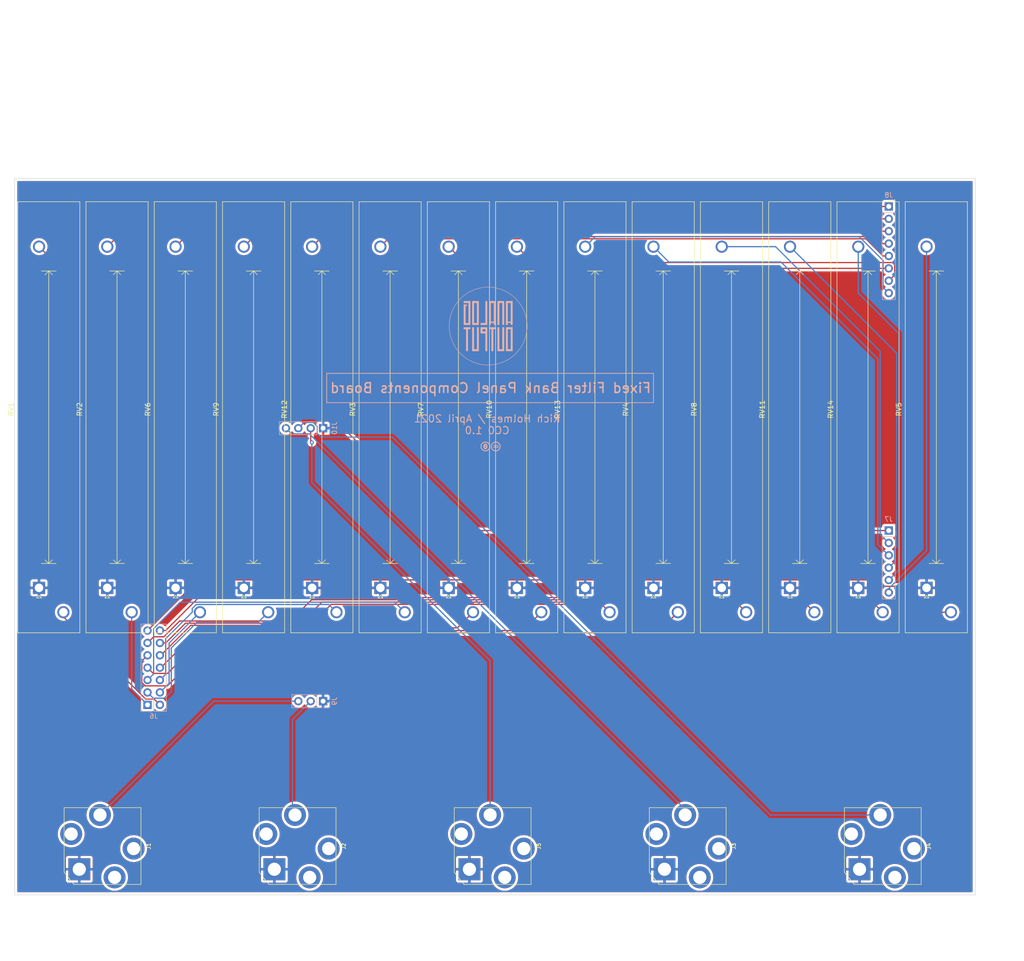
<source format=kicad_pcb>
(kicad_pcb (version 20171130) (host pcbnew 5.1.10-88a1d61d58~88~ubuntu20.04.1)
  (layers (0 F.Cu signal) (31 B.Cu signal) (34 B.Paste user) (35 F.Paste user) (36 B.SilkS user) (37 F.SilkS user) (38 B.Mask user) (39 F.Mask user) (44 Edge.Cuts user))
  (net 0 "")
  (net 1 GND)
  (net 2 HP_W)
  (net 3 BP_12_W)
  (net 4 BP_11_W)
  (net 5 BP_10_W)
  (net 6 BP_09_W)
  (net 7 BP_08_W)
  (net 8 BP_07_W)
  (net 9 BP_06_W)
  (net 10 BP_05_W)
  (net 11 BP_04_W)
  (net 12 BP_01_W)
  (net 13 BP_02_W)
  (net 14 LP_W)
  (net 15 HP_CW)
  (net 16 BP_12_CW)
  (net 17 BP_11_CW)
  (net 18 BP_09_CW)
  (net 19 BP_10_CW)
  (net 20 LP_CW)
  (net 21 BP_08_CW)
  (net 22 BP_07_CW)
  (net 23 BP_06_CW)
  (net 24 BP_05_CW)
  (net 25 BP_04_CW)
  (net 26 BP_03_CW)
  (net 27 BP_02_CW)
  (net 28 BP_01_CW)
  (net 29 BP_03_W)
  (net 30 JACK_LO)
  (net 31 JACK_HI)
  (net 32 JACK_TOTAL)
  (net 33 JACK_EVEN)
  (net 34 JACK_ODD)
  (module ao_tht:Potentiometer_Alpha_RA6020F_Single_Slide (layer F.Cu) (at 216 124 90)
    (fp_text reference RV14 (at 36.62 -5.68 90) (layer F.SilkS))
    (fp_text value A10k)
    (pad 3 thru_hole circle (at 70 0 90) (size 2.5 2.5) (drill 1.75) (layers *.Cu *.Mask) (net 16 BP_12_CW))
    (pad 2 thru_hole circle (at -5 5 90) (size 2.5 2.5) (drill 1.75) (layers *.Cu *.Mask) (net 3 BP_12_W))
    (pad 1 thru_hole rect (at 0 0 90) (size 2.5 2.5) (drill 1.75) (layers *.Cu *.Mask) (net 1 GND))
  )
  (module ao_tht:Potentiometer_Alpha_RA6020F_Single_Slide (layer F.Cu) (at 160 124 90)
    (fp_text reference RV13 (at 36.62 -5.68 90) (layer F.SilkS))
    (fp_text value A10k)
    (pad 3 thru_hole circle (at 70 0 90) (size 2.5 2.5) (drill 1.75) (layers *.Cu *.Mask) (net 21 BP_08_CW))
    (pad 2 thru_hole circle (at -5 5 90) (size 2.5 2.5) (drill 1.75) (layers *.Cu *.Mask) (net 7 BP_08_W))
    (pad 1 thru_hole rect (at 0 0 90) (size 2.5 2.5) (drill 1.75) (layers *.Cu *.Mask) (net 1 GND))
  )
  (module ao_tht:Potentiometer_Alpha_RA6020F_Single_Slide (layer F.Cu) (at 104 124 90)
    (fp_text reference RV12 (at 36.62 -5.68 90) (layer F.SilkS))
    (fp_text value A10k)
    (pad 3 thru_hole circle (at 70 0 90) (size 2.5 2.5) (drill 1.75) (layers *.Cu *.Mask) (net 25 BP_04_CW))
    (pad 2 thru_hole circle (at -5 5 90) (size 2.5 2.5) (drill 1.75) (layers *.Cu *.Mask) (net 11 BP_04_W))
    (pad 1 thru_hole rect (at 0 0 90) (size 2.5 2.5) (drill 1.75) (layers *.Cu *.Mask) (net 1 GND))
  )
  (module ao_tht:Potentiometer_Alpha_RA6020F_Single_Slide (layer F.Cu) (at 202 124 90)
    (fp_text reference RV11 (at 36.62 -5.68 90) (layer F.SilkS))
    (fp_text value A10k)
    (pad 3 thru_hole circle (at 70 0 90) (size 2.5 2.5) (drill 1.75) (layers *.Cu *.Mask) (net 17 BP_11_CW))
    (pad 2 thru_hole circle (at -5 5 90) (size 2.5 2.5) (drill 1.75) (layers *.Cu *.Mask) (net 4 BP_11_W))
    (pad 1 thru_hole rect (at 0 0 90) (size 2.5 2.5) (drill 1.75) (layers *.Cu *.Mask) (net 1 GND))
  )
  (module ao_tht:Potentiometer_Alpha_RA6020F_Single_Slide (layer F.Cu) (at 146 124 90)
    (fp_text reference RV10 (at 36.62 -5.68 90) (layer F.SilkS))
    (fp_text value A10k)
    (pad 3 thru_hole circle (at 70 0 90) (size 2.5 2.5) (drill 1.75) (layers *.Cu *.Mask) (net 22 BP_07_CW))
    (pad 2 thru_hole circle (at -5 5 90) (size 2.5 2.5) (drill 1.75) (layers *.Cu *.Mask) (net 8 BP_07_W))
    (pad 1 thru_hole rect (at 0 0 90) (size 2.5 2.5) (drill 1.75) (layers *.Cu *.Mask) (net 1 GND))
  )
  (module ao_tht:Potentiometer_Alpha_RA6020F_Single_Slide (layer F.Cu) (at 90 124 90)
    (fp_text reference RV9 (at 36.62 -5.68 90) (layer F.SilkS))
    (fp_text value A10k)
    (pad 3 thru_hole circle (at 70 0 90) (size 2.5 2.5) (drill 1.75) (layers *.Cu *.Mask) (net 26 BP_03_CW))
    (pad 2 thru_hole circle (at -5 5 90) (size 2.5 2.5) (drill 1.75) (layers *.Cu *.Mask) (net 29 BP_03_W))
    (pad 1 thru_hole rect (at 0 0 90) (size 2.5 2.5) (drill 1.75) (layers *.Cu *.Mask) (net 1 GND))
  )
  (module ao_tht:Potentiometer_Alpha_RA6020F_Single_Slide (layer F.Cu) (at 188 124 90)
    (fp_text reference RV8 (at 36.62 -5.68 90) (layer F.SilkS))
    (fp_text value A10k)
    (pad 3 thru_hole circle (at 70 0 90) (size 2.5 2.5) (drill 1.75) (layers *.Cu *.Mask) (net 19 BP_10_CW))
    (pad 2 thru_hole circle (at -5 5 90) (size 2.5 2.5) (drill 1.75) (layers *.Cu *.Mask) (net 5 BP_10_W))
    (pad 1 thru_hole rect (at 0 0 90) (size 2.5 2.5) (drill 1.75) (layers *.Cu *.Mask) (net 1 GND))
  )
  (module ao_tht:Potentiometer_Alpha_RA6020F_Single_Slide (layer F.Cu) (at 132 124 90)
    (fp_text reference RV7 (at 36.62 -5.68 90) (layer F.SilkS))
    (fp_text value A10k)
    (pad 3 thru_hole circle (at 70 0 90) (size 2.5 2.5) (drill 1.75) (layers *.Cu *.Mask) (net 23 BP_06_CW))
    (pad 2 thru_hole circle (at -5 5 90) (size 2.5 2.5) (drill 1.75) (layers *.Cu *.Mask) (net 9 BP_06_W))
    (pad 1 thru_hole rect (at 0 0 90) (size 2.5 2.5) (drill 1.75) (layers *.Cu *.Mask) (net 1 GND))
  )
  (module ao_tht:Potentiometer_Alpha_RA6020F_Single_Slide (layer F.Cu) (at 76 124 90)
    (fp_text reference RV6 (at 36.62 -5.68 90) (layer F.SilkS))
    (fp_text value A10k)
    (pad 3 thru_hole circle (at 70 0 90) (size 2.5 2.5) (drill 1.75) (layers *.Cu *.Mask) (net 27 BP_02_CW))
    (pad 2 thru_hole circle (at -5 5 90) (size 2.5 2.5) (drill 1.75) (layers *.Cu *.Mask) (net 13 BP_02_W))
    (pad 1 thru_hole rect (at 0 0 90) (size 2.5 2.5) (drill 1.75) (layers *.Cu *.Mask) (net 1 GND))
  )
  (module ao_tht:Potentiometer_Alpha_RA6020F_Single_Slide (layer F.Cu) (at 230 124 90)
    (fp_text reference RV5 (at 36.62 -5.68 90) (layer F.SilkS))
    (fp_text value A10k)
    (pad 3 thru_hole circle (at 70 0 90) (size 2.5 2.5) (drill 1.75) (layers *.Cu *.Mask) (net 15 HP_CW))
    (pad 2 thru_hole circle (at -5 5 90) (size 2.5 2.5) (drill 1.75) (layers *.Cu *.Mask) (net 2 HP_W))
    (pad 1 thru_hole rect (at 0 0 90) (size 2.5 2.5) (drill 1.75) (layers *.Cu *.Mask) (net 1 GND))
  )
  (module ao_tht:Potentiometer_Alpha_RA6020F_Single_Slide (layer F.Cu) (at 174 124 90)
    (fp_text reference RV4 (at 36.62 -5.68 90) (layer F.SilkS))
    (fp_text value A10k)
    (pad 3 thru_hole circle (at 70 0 90) (size 2.5 2.5) (drill 1.75) (layers *.Cu *.Mask) (net 18 BP_09_CW))
    (pad 2 thru_hole circle (at -5 5 90) (size 2.5 2.5) (drill 1.75) (layers *.Cu *.Mask) (net 6 BP_09_W))
    (pad 1 thru_hole rect (at 0 0 90) (size 2.5 2.5) (drill 1.75) (layers *.Cu *.Mask) (net 1 GND))
  )
  (module ao_tht:Potentiometer_Alpha_RA6020F_Single_Slide (layer F.Cu) (at 118 124 90)
    (fp_text reference RV3 (at 36.62 -5.68 90) (layer F.SilkS))
    (fp_text value A10k)
    (pad 3 thru_hole circle (at 70 0 90) (size 2.5 2.5) (drill 1.75) (layers *.Cu *.Mask) (net 24 BP_05_CW))
    (pad 2 thru_hole circle (at -5 5 90) (size 2.5 2.5) (drill 1.75) (layers *.Cu *.Mask) (net 10 BP_05_W))
    (pad 1 thru_hole rect (at 0 0 90) (size 2.5 2.5) (drill 1.75) (layers *.Cu *.Mask) (net 1 GND))
  )
  (module ao_tht:Potentiometer_Alpha_RA6020F_Single_Slide (layer F.Cu) (at 62 124 90)
    (fp_text reference RV2 (at 36.62 -5.68 90) (layer F.SilkS))
    (fp_text value A10k)
    (pad 3 thru_hole circle (at 70 0 90) (size 2.5 2.5) (drill 1.75) (layers *.Cu *.Mask) (net 28 BP_01_CW))
    (pad 2 thru_hole circle (at -5 5 90) (size 2.5 2.5) (drill 1.75) (layers *.Cu *.Mask) (net 12 BP_01_W))
    (pad 1 thru_hole rect (at 0 0 90) (size 2.5 2.5) (drill 1.75) (layers *.Cu *.Mask) (net 1 GND))
  )
  (module ao_tht:Potentiometer_Alpha_RA6020F_Single_Slide (layer F.Cu) (at 48 124 90)
    (fp_text reference RV1 (at 36.62 -5.68 90) (layer F.SilkS))
    (fp_text value A10k)
    (pad 3 thru_hole circle (at 70 0 90) (size 2.5 2.5) (drill 1.75) (layers *.Cu *.Mask) (net 20 LP_CW))
    (pad 2 thru_hole circle (at -5 5 90) (size 2.5 2.5) (drill 1.75) (layers *.Cu *.Mask) (net 14 LP_W))
    (pad 1 thru_hole rect (at 0 0 90) (size 2.5 2.5) (drill 1.75) (layers *.Cu *.Mask) (net 1 GND))
  )
  (module ysFFB-aux:ysFFB-aux-slide2_holes-mainpcba (layer F.Cu) (at 141 102)
    (fp_text reference GRAF1 hide)
    (fp_text value "Holes and main PCB" hide)
  )
  (module Connector_PinHeader_2.54mm:PinHeader_1x04_P2.54mm_Vertical (layer B.Cu) (at 106.25 91.25 90)
    (fp_text reference J10 (at 0 2.33 90) (layer B.SilkS) (effects (justify mirror)))
    (fp_text value Conn_01x04)
    (pad 4 thru_hole oval (at 0 -7.62 90) (size 1.7 1.7) (drill 1) (layers *.Cu *.Mask) (net 32 JACK_TOTAL))
    (pad 3 thru_hole oval (at 0 -5.08 90) (size 1.7 1.7) (drill 1) (layers *.Cu *.Mask) (net 33 JACK_EVEN))
    (pad 2 thru_hole oval (at 0 -2.54 90) (size 1.7 1.7) (drill 1) (layers *.Cu *.Mask) (net 34 JACK_ODD))
    (pad 1 thru_hole rect (at 0 0 90) (size 1.7 1.7) (drill 1) (layers *.Cu *.Mask) (net 1 GND))
  )
  (module Connector_PinHeader_2.54mm:PinHeader_1x03_P2.54mm_Vertical (layer B.Cu) (at 106.25 147.25 90)
    (fp_text reference J9 (at 0 2.33 90) (layer B.SilkS) (effects (justify mirror)))
    (fp_text value Conn_01x03)
    (pad 3 thru_hole oval (at 0 -5.08 90) (size 1.7 1.7) (drill 1) (layers *.Cu *.Mask) (net 30 JACK_LO))
    (pad 2 thru_hole oval (at 0 -2.54 90) (size 1.7 1.7) (drill 1) (layers *.Cu *.Mask) (net 31 JACK_HI))
    (pad 1 thru_hole rect (at 0 0 90) (size 1.7 1.7) (drill 1) (layers *.Cu *.Mask) (net 1 GND))
  )
  (module ao_tht:Jack_6.35mm_PJ_629HAN (layer F.Cu) (at 141 177 270)
    (fp_text reference J5 (at 0 -9.5 90) (layer F.SilkS) (effects (font (size 0.75 0.75))))
    (fp_text value AudioJack2)
    (pad RN thru_hole circle (at 6.4 -2.5 270) (size 4.500001 4.500001) (drill 2.7) (layers *.Cu *.Mask))
    (pad TN thru_hole circle (at -2.5 6.4 270) (size 4.5 4.5) (drill 2.7) (layers *.Cu *.Mask))
    (pad R thru_hole circle (at 0.5 -6.4 270) (size 4.500001 4.500001) (drill 2.7) (layers *.Cu *.Mask))
    (pad S thru_hole rect (at 4.74 4.74 270) (size 4.500001 4.500001) (drill 2.7) (layers *.Cu *.Mask) (net 1 GND))
    (pad T thru_hole circle (at -6.4 0.5 270) (size 4.5 4.5) (drill 2.7) (layers *.Cu *.Mask) (net 34 JACK_ODD))
  )
  (module ao_tht:Jack_6.35mm_PJ_629HAN (layer F.Cu) (at 221 177 270)
    (fp_text reference J4 (at 0 -9.5 90) (layer F.SilkS) (effects (font (size 0.75 0.75))))
    (fp_text value AudioJack2)
    (pad RN thru_hole circle (at 6.4 -2.5 270) (size 4.500001 4.500001) (drill 2.7) (layers *.Cu *.Mask))
    (pad TN thru_hole circle (at -2.5 6.4 270) (size 4.5 4.5) (drill 2.7) (layers *.Cu *.Mask))
    (pad R thru_hole circle (at 0.5 -6.4 270) (size 4.500001 4.500001) (drill 2.7) (layers *.Cu *.Mask))
    (pad S thru_hole rect (at 4.74 4.74 270) (size 4.500001 4.500001) (drill 2.7) (layers *.Cu *.Mask) (net 1 GND))
    (pad T thru_hole circle (at -6.4 0.5 270) (size 4.5 4.5) (drill 2.7) (layers *.Cu *.Mask) (net 33 JACK_EVEN))
  )
  (module ao_tht:Jack_6.35mm_PJ_629HAN (layer F.Cu) (at 181 177 270)
    (fp_text reference J3 (at 0 -9.5 90) (layer F.SilkS) (effects (font (size 0.75 0.75))))
    (fp_text value AudioJack2)
    (pad RN thru_hole circle (at 6.4 -2.5 270) (size 4.500001 4.500001) (drill 2.7) (layers *.Cu *.Mask))
    (pad TN thru_hole circle (at -2.5 6.4 270) (size 4.5 4.5) (drill 2.7) (layers *.Cu *.Mask))
    (pad R thru_hole circle (at 0.5 -6.4 270) (size 4.500001 4.500001) (drill 2.7) (layers *.Cu *.Mask))
    (pad S thru_hole rect (at 4.74 4.74 270) (size 4.500001 4.500001) (drill 2.7) (layers *.Cu *.Mask) (net 1 GND))
    (pad T thru_hole circle (at -6.4 0.5 270) (size 4.5 4.5) (drill 2.7) (layers *.Cu *.Mask) (net 32 JACK_TOTAL))
  )
  (module ao_tht:Jack_6.35mm_PJ_629HAN (layer F.Cu) (at 101 177 270)
    (fp_text reference J2 (at 0 -9.5 90) (layer F.SilkS) (effects (font (size 0.75 0.75))))
    (fp_text value AudioJack2)
    (pad RN thru_hole circle (at 6.4 -2.5 270) (size 4.500001 4.500001) (drill 2.7) (layers *.Cu *.Mask))
    (pad TN thru_hole circle (at -2.5 6.4 270) (size 4.5 4.5) (drill 2.7) (layers *.Cu *.Mask))
    (pad R thru_hole circle (at 0.5 -6.4 270) (size 4.500001 4.500001) (drill 2.7) (layers *.Cu *.Mask))
    (pad S thru_hole rect (at 4.74 4.74 270) (size 4.500001 4.500001) (drill 2.7) (layers *.Cu *.Mask) (net 1 GND))
    (pad T thru_hole circle (at -6.4 0.5 270) (size 4.5 4.5) (drill 2.7) (layers *.Cu *.Mask) (net 31 JACK_HI))
  )
  (module ao_tht:Jack_6.35mm_PJ_629HAN (layer F.Cu) (at 61 177 270)
    (fp_text reference J1 (at 0 -9.5 90) (layer F.SilkS) (effects (font (size 0.75 0.75))))
    (fp_text value AudioJack2)
    (pad RN thru_hole circle (at 6.4 -2.5 270) (size 4.500001 4.500001) (drill 2.7) (layers *.Cu *.Mask))
    (pad TN thru_hole circle (at -2.5 6.4 270) (size 4.5 4.5) (drill 2.7) (layers *.Cu *.Mask))
    (pad R thru_hole circle (at 0.5 -6.4 270) (size 4.500001 4.500001) (drill 2.7) (layers *.Cu *.Mask))
    (pad S thru_hole rect (at 4.74 4.74 270) (size 4.500001 4.500001) (drill 2.7) (layers *.Cu *.Mask) (net 1 GND))
    (pad T thru_hole circle (at -6.4 0.5 270) (size 4.5 4.5) (drill 2.7) (layers *.Cu *.Mask) (net 30 JACK_LO))
  )
  (module ao_tht:CC0_logo (layer B.Cu) (at 140.6 95 180)
    (fp_text reference GRAF3 hide)
    (fp_text value "CC0 logo" hide)
  )
  (module ao_tht:analogoutput (layer B.Cu) (at 140.1 70.3 180)
    (fp_text reference GRAF2 hide)
    (fp_text value "AO logo" hide)
  )
  (module Connector_PinHeader_2.54mm:PinHeader_1x08_P2.54mm_Vertical (layer B.Cu) (at 222.25 45.75 180)
    (fp_text reference J8 (at 0 2.33) (layer B.SilkS) (effects (justify mirror)))
    (fp_text value Conn_01x08)
    (pad 8 thru_hole oval (at 0 -17.78 180) (size 1.7 1.7) (drill 1) (layers *.Cu *.Mask) (net 21 BP_08_CW))
    (pad 7 thru_hole oval (at 0 -15.24 180) (size 1.7 1.7) (drill 1) (layers *.Cu *.Mask) (net 22 BP_07_CW))
    (pad 6 thru_hole oval (at 0 -12.7 180) (size 1.7 1.7) (drill 1) (layers *.Cu *.Mask) (net 23 BP_06_CW))
    (pad 5 thru_hole oval (at 0 -10.16 180) (size 1.7 1.7) (drill 1) (layers *.Cu *.Mask) (net 24 BP_05_CW))
    (pad 4 thru_hole oval (at 0 -7.62 180) (size 1.7 1.7) (drill 1) (layers *.Cu *.Mask) (net 25 BP_04_CW))
    (pad 3 thru_hole oval (at 0 -5.08 180) (size 1.7 1.7) (drill 1) (layers *.Cu *.Mask) (net 26 BP_03_CW))
    (pad 2 thru_hole oval (at 0 -2.54 180) (size 1.7 1.7) (drill 1) (layers *.Cu *.Mask) (net 27 BP_02_CW))
    (pad 1 thru_hole rect (at 0 0 180) (size 1.7 1.7) (drill 1) (layers *.Cu *.Mask) (net 28 BP_01_CW))
  )
  (module Connector_PinHeader_2.54mm:PinHeader_1x06_P2.54mm_Vertical (layer B.Cu) (at 222.25 112.25 180)
    (fp_text reference J7 (at 0 2.33) (layer B.SilkS) (effects (justify mirror)))
    (fp_text value Conn_01x06)
    (pad 6 thru_hole oval (at 0 -12.7 180) (size 1.7 1.7) (drill 1) (layers *.Cu *.Mask) (net 15 HP_CW))
    (pad 5 thru_hole oval (at 0 -10.16 180) (size 1.7 1.7) (drill 1) (layers *.Cu *.Mask) (net 16 BP_12_CW))
    (pad 4 thru_hole oval (at 0 -7.62 180) (size 1.7 1.7) (drill 1) (layers *.Cu *.Mask) (net 17 BP_11_CW))
    (pad 3 thru_hole oval (at 0 -5.08 180) (size 1.7 1.7) (drill 1) (layers *.Cu *.Mask) (net 18 BP_09_CW))
    (pad 2 thru_hole oval (at 0 -2.54 180) (size 1.7 1.7) (drill 1) (layers *.Cu *.Mask) (net 19 BP_10_CW))
    (pad 1 thru_hole rect (at 0 0 180) (size 1.7 1.7) (drill 1) (layers *.Cu *.Mask) (net 20 LP_CW))
  )
  (module Connector_PinHeader_2.54mm:PinHeader_2x07_P2.54mm_Vertical (layer B.Cu) (at 70.25 148)
    (fp_text reference J6 (at 1.27 2.33) (layer B.SilkS) (effects (justify mirror)))
    (fp_text value Conn_02x07_Odd_Even)
    (pad 14 thru_hole oval (at 2.54 -15.24) (size 1.7 1.7) (drill 1) (layers *.Cu *.Mask) (net 3 BP_12_W))
    (pad 13 thru_hole oval (at 0 -15.24) (size 1.7 1.7) (drill 1) (layers *.Cu *.Mask) (net 2 HP_W))
    (pad 12 thru_hole oval (at 2.54 -12.7) (size 1.7 1.7) (drill 1) (layers *.Cu *.Mask) (net 5 BP_10_W))
    (pad 11 thru_hole oval (at 0 -12.7) (size 1.7 1.7) (drill 1) (layers *.Cu *.Mask) (net 4 BP_11_W))
    (pad 10 thru_hole oval (at 2.54 -10.16) (size 1.7 1.7) (drill 1) (layers *.Cu *.Mask) (net 7 BP_08_W))
    (pad 9 thru_hole oval (at 0 -10.16) (size 1.7 1.7) (drill 1) (layers *.Cu *.Mask) (net 6 BP_09_W))
    (pad 8 thru_hole oval (at 2.54 -7.62) (size 1.7 1.7) (drill 1) (layers *.Cu *.Mask) (net 9 BP_06_W))
    (pad 7 thru_hole oval (at 0 -7.62) (size 1.7 1.7) (drill 1) (layers *.Cu *.Mask) (net 8 BP_07_W))
    (pad 6 thru_hole oval (at 2.54 -5.08) (size 1.7 1.7) (drill 1) (layers *.Cu *.Mask) (net 11 BP_04_W))
    (pad 5 thru_hole oval (at 0 -5.08) (size 1.7 1.7) (drill 1) (layers *.Cu *.Mask) (net 10 BP_05_W))
    (pad 4 thru_hole oval (at 2.54 -2.54) (size 1.7 1.7) (drill 1) (layers *.Cu *.Mask) (net 13 BP_02_W))
    (pad 3 thru_hole oval (at 0 -2.54) (size 1.7 1.7) (drill 1) (layers *.Cu *.Mask) (net 29 BP_03_W))
    (pad 2 thru_hole oval (at 2.54 0) (size 1.7 1.7) (drill 1) (layers *.Cu *.Mask) (net 14 LP_W))
    (pad 1 thru_hole rect (at 0 0) (size 1.7 1.7) (drill 1) (layers *.Cu *.Mask) (net 12 BP_01_W))
  )
  (gr_line (start 174 86) (end 174 80) (layer B.SilkS) (width 0.15))
  (gr_line (start 107 86) (end 174 86) (layer B.SilkS) (width 0.15))
  (gr_line (start 107 80) (end 107 86) (layer B.SilkS) (width 0.15))
  (gr_line (start 174 80) (end 107 80) (layer B.SilkS) (width 0.15))
  (gr_text "Rich Holmes / April 2021\nCC0 1.0" (at 139.9 90.5) (layer B.SilkS) (effects (font (size 1.5 1.5) (thickness 0.2)) (justify mirror)))
  (gr_text "Fixed Filter Bank Panel Components Board" (at 140.6 83) (layer B.SilkS) (effects (font (size 2 2) (thickness 0.3)) (justify mirror)))
  (gr_line (start 43 187) (end 43 40) (layer Edge.Cuts) (width 0.1))
  (gr_line (start 240 187) (end 43 187) (layer Edge.Cuts) (width 0.1))
  (gr_line (start 240 40) (end 240 187) (layer Edge.Cuts) (width 0.1))
  (gr_line (start 43 40) (end 240 40) (layer Edge.Cuts) (width 0.1))
  (segment (start 220.6554 123.68) (end 224.6095 123.68) (width 0.25) (layer F.Cu) (net 2))
  (segment (start 219.35 122.3746) (end 220.6554 123.68) (width 0.25) (layer F.Cu) (net 2))
  (segment (start 80.6354 122.3746) (end 219.35 122.3746) (width 0.25) (layer F.Cu) (net 2))
  (segment (start 77.625001 125.384999) (end 80.6354 122.3746) (width 0.25) (layer F.Cu) (net 2))
  (segment (start 77.625001 125.550001) (end 77.625001 125.384999) (width 0.25) (layer F.Cu) (net 2))
  (segment (start 229.9295 129) (end 235 129) (width 0.25) (layer F.Cu) (net 2))
  (segment (start 77.550001 125.625001) (end 77.625001 125.550001) (width 0.25) (layer F.Cu) (net 2))
  (segment (start 77.384999 125.625001) (end 77.550001 125.625001) (width 0.25) (layer F.Cu) (net 2))
  (segment (start 224.6095 123.68) (end 229.9295 129) (width 0.25) (layer F.Cu) (net 2))
  (segment (start 70.25 132.76) (end 77.384999 125.625001) (width 0.25) (layer F.Cu) (net 2))
  (segment (start 72.79 132.76) (end 73.9653 132.76) (width 0.25) (layer F.Cu) (net 3))
  (segment (start 73.9653 132.76) (end 80.7249 126.0004) (width 0.25) (layer F.Cu) (net 3))
  (segment (start 80.7249 126.0004) (end 218.0004 126.0004) (width 0.25) (layer F.Cu) (net 3))
  (segment (start 218.0004 126.0004) (end 221 129) (width 0.25) (layer F.Cu) (net 3))
  (segment (start 103.8868 126.4531) (end 204.4531 126.4531) (width 0.25) (layer F.Cu) (net 4))
  (segment (start 70.25 135.3) (end 71.507011 134.042989) (width 0.25) (layer F.Cu) (net 4))
  (segment (start 73.6006 134.042989) (end 76.844611 130.798978) (width 0.25) (layer F.Cu) (net 4))
  (segment (start 76.844611 130.798978) (end 99.540922 130.798978) (width 0.25) (layer F.Cu) (net 4))
  (segment (start 71.507011 134.042989) (end 73.6006 134.042989) (width 0.25) (layer F.Cu) (net 4))
  (segment (start 99.540922 130.798978) (end 103.8868 126.4531) (width 0.25) (layer F.Cu) (net 4))
  (segment (start 204.4531 126.4531) (end 207 129) (width 0.25) (layer F.Cu) (net 4))
  (segment (start 78.043092 131.248989) (end 101.681311 131.248989) (width 0.25) (layer F.Cu) (net 5))
  (segment (start 72.79 135.3) (end 73.992081 135.3) (width 0.25) (layer F.Cu) (net 5))
  (segment (start 73.992081 135.3) (end 78.043092 131.248989) (width 0.25) (layer F.Cu) (net 5))
  (segment (start 106.0012 126.9291) (end 190.9291 126.9291) (width 0.25) (layer F.Cu) (net 5))
  (segment (start 101.681311 131.248989) (end 106.0012 126.9291) (width 0.25) (layer F.Cu) (net 5))
  (segment (start 190.9291 126.9291) (end 193 129) (width 0.25) (layer F.Cu) (net 5))
  (segment (start 69.0747 139.0153) (end 70.25 137.84) (width 0.25) (layer F.Cu) (net 6))
  (segment (start 69.0747 143.4235) (end 69.0747 139.0153) (width 0.25) (layer F.Cu) (net 6))
  (segment (start 69.7579 144.1067) (end 69.0747 143.4235) (width 0.25) (layer F.Cu) (net 6))
  (segment (start 74.3333 144.1067) (end 69.7579 144.1067) (width 0.25) (layer F.Cu) (net 6))
  (segment (start 85.217 133.223) (end 74.3333 144.1067) (width 0.25) (layer F.Cu) (net 6))
  (segment (start 174.777 133.223) (end 85.217 133.223) (width 0.25) (layer F.Cu) (net 6))
  (segment (start 179 129) (end 174.777 133.223) (width 0.25) (layer F.Cu) (net 6))
  (segment (start 103.6008 131.699) (end 107.9167 127.3831) (width 0.25) (layer F.Cu) (net 7))
  (segment (start 72.79 137.84) (end 72.98 137.84) (width 0.25) (layer F.Cu) (net 7))
  (segment (start 107.9167 127.3831) (end 163.3831 127.3831) (width 0.25) (layer F.Cu) (net 7))
  (segment (start 163.3831 127.3831) (end 165 129) (width 0.25) (layer F.Cu) (net 7))
  (segment (start 72.98 137.84) (end 79.121 131.699) (width 0.25) (layer F.Cu) (net 7))
  (segment (start 79.121 131.699) (end 103.6008 131.699) (width 0.25) (layer F.Cu) (net 7))
  (segment (start 71.4253 141.5553) (end 71.099999 141.229999) (width 0.25) (layer F.Cu) (net 8))
  (segment (start 74.3447 141.5553) (end 71.4253 141.5553) (width 0.25) (layer F.Cu) (net 8))
  (segment (start 147.227011 132.772989) (end 83.127011 132.772989) (width 0.25) (layer F.Cu) (net 8))
  (segment (start 83.127011 132.772989) (end 74.3447 141.5553) (width 0.25) (layer F.Cu) (net 8))
  (segment (start 71.099999 141.229999) (end 70.25 140.38) (width 0.25) (layer F.Cu) (net 8))
  (segment (start 151 129) (end 147.227011 132.772989) (width 0.25) (layer F.Cu) (net 8))
  (segment (start 133.793 132.207) (end 137 129) (width 0.25) (layer F.Cu) (net 9))
  (segment (start 81.153 132.207) (end 133.793 132.207) (width 0.25) (layer F.Cu) (net 9))
  (segment (start 72.98 140.38) (end 81.153 132.207) (width 0.25) (layer F.Cu) (net 9))
  (segment (start 72.79 140.38) (end 72.98 140.38) (width 0.25) (layer F.Cu) (net 9))
  (segment (start 120.9467 126.9467) (end 123 129) (width 0.25) (layer B.Cu) (net 10))
  (segment (start 76.9358 126.9467) (end 120.9467 126.9467) (width 0.25) (layer B.Cu) (net 10))
  (segment (start 71.501 132.3815) (end 76.9358 126.9467) (width 0.25) (layer B.Cu) (net 10))
  (segment (start 71.501 141.669) (end 71.501 132.3815) (width 0.25) (layer B.Cu) (net 10))
  (segment (start 70.25 142.92) (end 71.501 141.669) (width 0.25) (layer B.Cu) (net 10))
  (segment (start 80.9888 127.4182) (end 107.4182 127.4182) (width 0.25) (layer B.Cu) (net 11))
  (segment (start 107.4182 127.4182) (end 109 129) (width 0.25) (layer B.Cu) (net 11))
  (segment (start 80.982001 127.424999) (end 80.9888 127.4182) (width 0.25) (layer B.Cu) (net 11))
  (segment (start 80.243999 127.424999) (end 80.982001 127.424999) (width 0.25) (layer B.Cu) (net 11))
  (segment (start 79.424999 128.982001) (end 79.424999 128.243999) (width 0.25) (layer B.Cu) (net 11))
  (segment (start 73.9653 134.4417) (end 79.424999 128.982001) (width 0.25) (layer B.Cu) (net 11))
  (segment (start 73.9653 141.7447) (end 73.9653 134.4417) (width 0.25) (layer B.Cu) (net 11))
  (segment (start 79.424999 128.243999) (end 80.243999 127.424999) (width 0.25) (layer B.Cu) (net 11))
  (segment (start 72.79 142.92) (end 73.9653 141.7447) (width 0.25) (layer B.Cu) (net 11))
  (segment (start 67 144.724) (end 67 129) (width 0.25) (layer B.Cu) (net 12))
  (segment (start 70.25 147.974) (end 67 144.724) (width 0.25) (layer B.Cu) (net 12))
  (segment (start 70.25 148) (end 70.25 147.974) (width 0.25) (layer B.Cu) (net 12))
  (segment (start 74.676 135.324) (end 81 129) (width 0.25) (layer B.Cu) (net 13))
  (segment (start 74.676 143.5735) (end 74.676 135.324) (width 0.25) (layer B.Cu) (net 13))
  (segment (start 72.79 145.4595) (end 74.676 143.5735) (width 0.25) (layer B.Cu) (net 13))
  (segment (start 72.79 145.46) (end 72.79 145.4595) (width 0.25) (layer B.Cu) (net 13))
  (segment (start 53 129.9566) (end 53 129) (width 0.25) (layer F.Cu) (net 14))
  (segment (start 71.501 146.812) (end 71.4883 146.8247) (width 0.25) (layer F.Cu) (net 14))
  (segment (start 71.4883 146.8247) (end 69.8681 146.8247) (width 0.25) (layer F.Cu) (net 14))
  (segment (start 71.602 146.812) (end 71.501 146.812) (width 0.25) (layer F.Cu) (net 14))
  (segment (start 69.8681 146.8247) (end 53 129.9566) (width 0.25) (layer F.Cu) (net 14))
  (segment (start 72.79 148) (end 71.602 146.812) (width 0.25) (layer F.Cu) (net 14))
  (segment (start 230 116.392) (end 230 54) (width 0.25) (layer B.Cu) (net 15))
  (segment (start 222.25 124.142) (end 230 116.392) (width 0.25) (layer B.Cu) (net 15))
  (segment (start 222.25 124.95) (end 222.25 124.142) (width 0.25) (layer B.Cu) (net 15))
  (segment (start 224.325023 120.334977) (end 224.325023 71.830423) (width 0.25) (layer B.Cu) (net 16))
  (segment (start 216 63.5054) (end 216 54) (width 0.25) (layer B.Cu) (net 16))
  (segment (start 222.25 122.41) (end 224.325023 120.334977) (width 0.25) (layer B.Cu) (net 16))
  (segment (start 224.325023 71.830423) (end 216 63.5054) (width 0.25) (layer B.Cu) (net 16))
  (segment (start 222.25 119.87) (end 223.434 118.686) (width 0.25) (layer B.Cu) (net 17))
  (segment (start 223.434 115.981412) (end 223.875012 115.540401) (width 0.25) (layer B.Cu) (net 17))
  (segment (start 223.875012 75.875012) (end 202 54) (width 0.25) (layer B.Cu) (net 17))
  (segment (start 223.875012 115.540401) (end 223.875012 75.875012) (width 0.25) (layer B.Cu) (net 17))
  (segment (start 223.434 118.686) (end 223.434 115.981412) (width 0.25) (layer B.Cu) (net 17))
  (segment (start 177.15 57.15) (end 174 54) (width 0.25) (layer B.Cu) (net 18))
  (segment (start 200.152 57.15) (end 177.15 57.15) (width 0.25) (layer B.Cu) (net 18))
  (segment (start 220.02199 77.01999) (end 200.152 57.15) (width 0.25) (layer B.Cu) (net 18))
  (segment (start 220.02199 115.11999) (end 220.02199 77.01999) (width 0.25) (layer B.Cu) (net 18))
  (segment (start 222.232 117.33) (end 220.02199 115.11999) (width 0.25) (layer B.Cu) (net 18))
  (segment (start 222.25 117.33) (end 222.232 117.33) (width 0.25) (layer B.Cu) (net 18))
  (segment (start 199.034 54) (end 188 54) (width 0.25) (layer B.Cu) (net 19))
  (segment (start 221.107 113.6147) (end 221.0567 113.6147) (width 0.25) (layer B.Cu) (net 19))
  (segment (start 220.472 113.03) (end 220.472 75.438) (width 0.25) (layer B.Cu) (net 19))
  (segment (start 221.0567 113.6147) (end 220.472 113.03) (width 0.25) (layer B.Cu) (net 19))
  (segment (start 221.107 113.665) (end 221.107 113.6147) (width 0.25) (layer B.Cu) (net 19))
  (segment (start 222.232 114.79) (end 221.107 113.665) (width 0.25) (layer B.Cu) (net 19))
  (segment (start 220.472 75.438) (end 199.034 54) (width 0.25) (layer B.Cu) (net 19))
  (segment (start 222.25 114.79) (end 222.232 114.79) (width 0.25) (layer B.Cu) (net 19))
  (segment (start 82.011 88.011) (end 48 54) (width 0.25) (layer F.Cu) (net 20))
  (segment (start 107.188 88.011) (end 82.011 88.011) (width 0.25) (layer F.Cu) (net 20))
  (segment (start 131.427 112.25) (end 107.188 88.011) (width 0.25) (layer F.Cu) (net 20))
  (segment (start 222.25 112.25) (end 131.427 112.25) (width 0.25) (layer F.Cu) (net 20))
  (segment (start 161.249999 52.750001) (end 160 54) (width 0.25) (layer B.Cu) (net 21))
  (segment (start 162.025012 51.974988) (end 161.249999 52.750001) (width 0.25) (layer B.Cu) (net 21))
  (segment (start 221.0747 56.8407) (end 216.208988 51.974988) (width 0.25) (layer B.Cu) (net 21))
  (segment (start 222.25 63.53) (end 221.0747 62.3547) (width 0.25) (layer B.Cu) (net 21))
  (segment (start 216.208988 51.974988) (end 162.025012 51.974988) (width 0.25) (layer B.Cu) (net 21))
  (segment (start 221.0747 62.3547) (end 221.0747 56.8407) (width 0.25) (layer B.Cu) (net 21))
  (segment (start 223.00695 57.264) (end 149.264 57.264) (width 0.25) (layer F.Cu) (net 22))
  (segment (start 223.4502 57.70725) (end 223.00695 57.264) (width 0.25) (layer F.Cu) (net 22))
  (segment (start 223.4502 59.7898) (end 223.4502 57.70725) (width 0.25) (layer F.Cu) (net 22))
  (segment (start 149.264 57.264) (end 146 54) (width 0.25) (layer F.Cu) (net 22))
  (segment (start 222.25 60.99) (end 223.4502 59.7898) (width 0.25) (layer F.Cu) (net 22))
  (segment (start 222.25 58.45) (end 136.45 58.45) (width 0.25) (layer F.Cu) (net 23))
  (segment (start 136.45 58.45) (end 132 54) (width 0.25) (layer F.Cu) (net 23))
  (segment (start 222.25 55.91) (end 221.0747 55.91) (width 0.25) (layer F.Cu) (net 24))
  (segment (start 221.0747 55.91) (end 217.5506 52.3859) (width 0.25) (layer F.Cu) (net 24))
  (segment (start 217.5506 52.3859) (end 119.6141 52.3859) (width 0.25) (layer F.Cu) (net 24))
  (segment (start 119.6141 52.3859) (end 118 54) (width 0.25) (layer F.Cu) (net 24))
  (segment (start 222.25 53.37) (end 221.0747 53.37) (width 0.25) (layer F.Cu) (net 25))
  (segment (start 221.0747 53.37) (end 219.6402 51.9355) (width 0.25) (layer F.Cu) (net 25))
  (segment (start 219.6402 51.9355) (end 106.0645 51.9355) (width 0.25) (layer F.Cu) (net 25))
  (segment (start 106.0645 51.9355) (end 104 54) (width 0.25) (layer F.Cu) (net 25))
  (segment (start 222.25 50.83) (end 93.17 50.83) (width 0.25) (layer F.Cu) (net 26))
  (segment (start 93.17 50.83) (end 90 54) (width 0.25) (layer F.Cu) (net 26))
  (segment (start 222.25 48.29) (end 81.71 48.29) (width 0.25) (layer F.Cu) (net 27))
  (segment (start 81.71 48.29) (end 76 54) (width 0.25) (layer F.Cu) (net 27))
  (segment (start 222.25 45.75) (end 70.25 45.75) (width 0.25) (layer F.Cu) (net 28))
  (segment (start 70.25 45.75) (end 62 54) (width 0.25) (layer F.Cu) (net 28))
  (segment (start 71.425001 146.635001) (end 70.25 145.46) (width 0.25) (layer B.Cu) (net 29))
  (segment (start 73.836999 146.635001) (end 71.425001 146.635001) (width 0.25) (layer B.Cu) (net 29))
  (segment (start 75.126009 145.345991) (end 73.836999 146.635001) (width 0.25) (layer B.Cu) (net 29))
  (segment (start 75.126009 136.328991) (end 75.126009 145.345991) (width 0.25) (layer B.Cu) (net 29))
  (segment (start 80.391 131.064) (end 75.126009 136.328991) (width 0.25) (layer B.Cu) (net 29))
  (segment (start 92.936 131.064) (end 80.391 131.064) (width 0.25) (layer B.Cu) (net 29))
  (segment (start 95 129) (end 92.936 131.064) (width 0.25) (layer B.Cu) (net 29))
  (segment (start 60.5 170.6) (end 83.85 147.25) (width 0.25) (layer B.Cu) (net 30))
  (segment (start 83.85 147.25) (end 101.17 147.25) (width 0.25) (layer B.Cu) (net 30))
  (segment (start 99.9698 170.0698) (end 100.5 170.6) (width 0.25) (layer B.Cu) (net 31))
  (segment (start 99.9698 150.9902) (end 99.9698 170.0698) (width 0.25) (layer B.Cu) (net 31))
  (segment (start 103.71 147.25) (end 99.9698 150.9902) (width 0.25) (layer B.Cu) (net 31))
  (segment (start 180.5 169.4686) (end 180.5 170.6) (width 0.25) (layer B.Cu) (net 32))
  (segment (start 103.4567 92.4253) (end 180.5 169.4686) (width 0.25) (layer B.Cu) (net 32))
  (segment (start 99.8053 92.4253) (end 103.4567 92.4253) (width 0.25) (layer B.Cu) (net 32))
  (segment (start 98.63 91.25) (end 99.8053 92.4253) (width 0.25) (layer B.Cu) (net 32))
  (segment (start 198.0006 170.6) (end 220.5 170.6) (width 0.25) (layer B.Cu) (net 33))
  (segment (start 120.4701 93.0695) (end 198.0006 170.6) (width 0.25) (layer B.Cu) (net 33))
  (segment (start 105.8334 93.0695) (end 120.4701 93.0695) (width 0.25) (layer B.Cu) (net 33))
  (segment (start 105.0246 92.2607) (end 105.8334 93.0695) (width 0.25) (layer B.Cu) (net 33))
  (segment (start 105.0246 90.8686) (end 105.0246 92.2607) (width 0.25) (layer B.Cu) (net 33))
  (segment (start 104.2307 90.0747) (end 105.0246 90.8686) (width 0.25) (layer B.Cu) (net 33))
  (segment (start 102.3453 90.0747) (end 104.2307 90.0747) (width 0.25) (layer B.Cu) (net 33))
  (segment (start 101.17 91.25) (end 102.3453 90.0747) (width 0.25) (layer B.Cu) (net 33))
  (segment (start 103.946 94.1595) (end 103.71 93.9235) (width 0.25) (layer F.Cu) (net 34))
  (segment (start 103.71 93.9235) (end 103.71 91.25) (width 0.25) (layer F.Cu) (net 34))
  (segment (start 140.5 170.6) (end 140.5 138.9495) (width 0.25) (layer B.Cu) (net 34))
  (segment (start 140.5 138.9495) (end 103.946 102.3955) (width 0.25) (layer B.Cu) (net 34))
  (segment (start 103.946 102.3955) (end 103.946 94.1595) (width 0.25) (layer B.Cu) (net 34))
  (via (at 103.946 94.1595) (size 0.8) (layers F.Cu B.Cu) (net 34))
  (zone (net 1) (net_name GND) (layer F.Cu) (connect_pads (clearance 0.508)) (min_thickness 0.254) (fill yes (arc_segments 32) (thermal_gap 0.508) (thermal_bridge_width 0.508))
    (polygon (pts (xy 250 190) (xy 40 190) (xy 40 5) (xy 250 5)))
  )
  (zone (net 1) (net_name GND) (layer B.Cu) (connect_pads (clearance 0.508)) (min_thickness 0.254) (fill yes (arc_segments 32) (thermal_gap 0.508) (thermal_bridge_width 0.508))
    (polygon (pts (xy 250 190) (xy 40 190) (xy 40 5) (xy 250 5)))
  )
)
</source>
